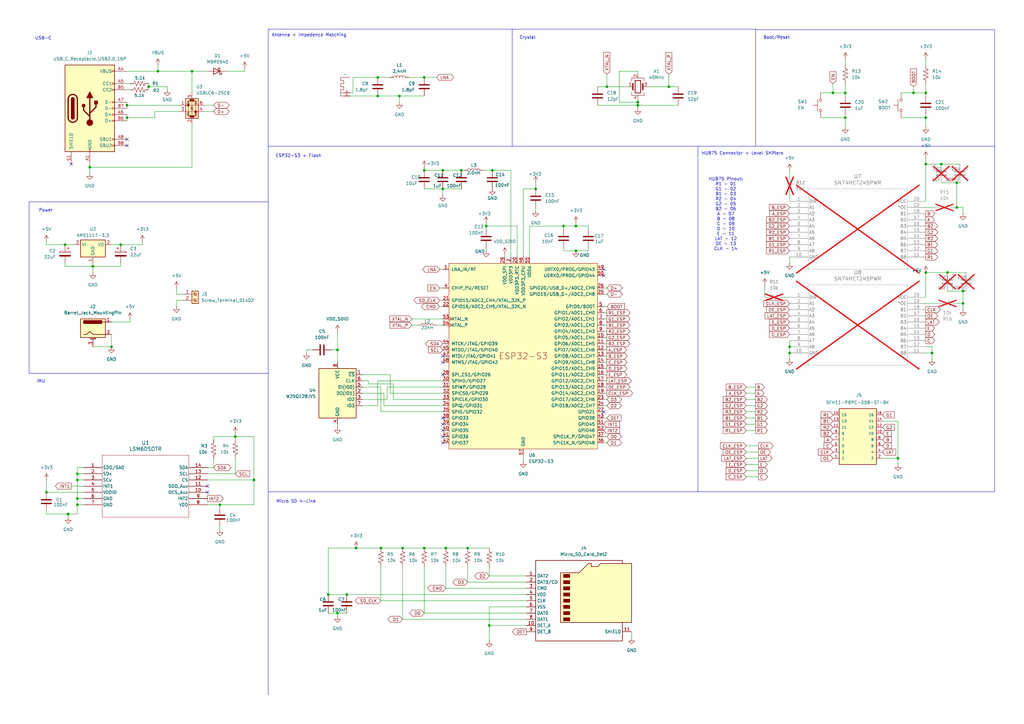
<source format=kicad_sch>
(kicad_sch (version 20250114) (generator "eeschema") (generator_version "9.0")
  (paper "A3")
  (title_block (title "ESP32-S3 HUB75 Matrix Controller") (rev "1") (company "Penn State Harrisburg"))
  (text "HUB75 Connector + Level Shifters\n" (at 304.546 62.992 0) (effects (font (size 1.27 1.27))))
  (text "IMU" (at 16.764 156.464 0) (effects (font (size 1.27 1.27))))
  (text "ESP32-S3 + Flash" (at 122.428 64.008 0) (effects (font (size 1.27 1.27))))
  (text "Crystal\n" (at 216.408 15.494 0) (effects (font (size 1.27 1.27))))
  (text "HUB75 Pinout:\nR1 - 01\nG1 - 02\nB1 - 03\nR2 - 04\nG2 - 05\nB2 - 06\nA - 07\nB - 08\nC - 09\nD - 10\nE - 11\nLAT - 12\nOE - 13\nCLK - 14\n" (at 297.688 87.884 0) (effects (font (size 1.27 1.27))))
  (text "Power" (at 18.796 86.36 0) (effects (font (size 1.27 1.27))))
  (text "Boot/Reset" (at 318.516 15.494 0) (effects (font (size 1.27 1.27))))
  (text "Micro SD 4-Line" (at 121.412 205.74 0) (effects (font (size 1.27 1.27))))
  (text "Antenna + Impedence Matching" (at 126.746 14.478 0) (effects (font (size 1.27 1.27))))
  (text "USB-C" (at 17.78 15.748 0) (effects (font (size 1.27 1.27))))
  (junction (at 154.94 31.75))
  (junction (at 219.71 77.47))
  (junction (at 31.75 204.47))
  (junction (at 231.14 92.71))
  (junction (at 248.92 35.56))
  (junction (at 374.65 38.1))
  (junction (at 138.43 143.51))
  (junction (at 346.71 38.1))
  (junction (at 173.99 69.85))
  (junction (at 163.83 39.37))
  (junction (at 36.83 68.58))
  (junction (at 31.75 207.01))
  (junction (at 379.73 48.26))
  (junction (at 27.94 210.82))
  (junction (at 200.66 256.54))
  (junction (at 45.72 142.24))
  (junction (at 138.43 251.46))
  (junction (at 323.85 144.78))
  (junction (at 392.43 74.93))
  (junction (at 104.14 196.85))
  (junction (at 379.73 67.31))
  (junction (at 201.93 69.85))
  (junction (at 394.97 119.38))
  (junction (at 388.62 111.76))
  (junction (at 261.62 43.18))
  (junction (at 379.73 38.1))
  (junction (at 274.32 35.56))
  (junction (at 26.67 100.33))
  (junction (at 156.21 224.79))
  (junction (at 31.75 194.31))
  (junction (at 173.99 31.75))
  (junction (at 19.05 201.93))
  (junction (at 96.52 179.07))
  (junction (at 191.77 224.79))
  (junction (at 181.61 69.85))
  (junction (at 182.88 224.79))
  (junction (at 90.17 207.01))
  (junction (at 64.77 29.21))
  (junction (at 142.24 243.84))
  (junction (at 341.63 38.1))
  (junction (at 379.73 111.76))
  (junction (at 199.39 92.71))
  (junction (at 165.1 224.79))
  (junction (at 78.74 29.21))
  (junction (at 368.3 187.96))
  (junction (at 346.71 48.26))
  (junction (at 236.22 102.87))
  (junction (at 52.07 48.26))
  (junction (at 60.96 35.56))
  (junction (at 146.05 224.79))
  (junction (at 323.85 142.24))
  (junction (at 134.62 243.84))
  (junction (at 31.75 196.85))
  (junction (at 154.94 39.37))
  (junction (at 189.23 69.85))
  (junction (at 392.43 85.09))
  (junction (at 382.27 144.78))
  (junction (at 181.61 77.47))
  (junction (at 173.99 224.79))
  (junction (at 49.53 100.33))
  (junction (at 261.62 41.91))
  (junction (at 236.22 92.71))
  (junction (at 386.08 67.31))
  (junction (at 38.1 109.22))
  (junction (at 52.07 43.18))
  (junction (at 394.97 124.46))
  (no_connect (at 29.21 67.31))
  (no_connect (at 181.61 148.59))
  (no_connect (at 85.09 199.39))
  (no_connect (at 181.61 171.45))
  (no_connect (at 181.61 181.61))
  (no_connect (at 85.09 201.93))
  (no_connect (at 247.65 110.49))
  (no_connect (at 52.07 59.69))
  (no_connect (at 181.61 176.53))
  (no_connect (at 247.65 168.91))
  (no_connect (at 181.61 179.07))
  (no_connect (at 247.65 113.03))
  (no_connect (at 181.61 146.05))
  (no_connect (at 181.61 173.99))
  (no_connect (at 52.07 57.15))
  (no_connect (at 181.61 153.67))
  (wire (pts (xy 78.74 50.8) (xy 78.74 68.58)))
  (wire (pts (xy 63.5 45.72) (xy 73.66 45.72)))
  (wire (pts (xy 182.88 241.3) (xy 215.9 241.3)))
  (wire (pts (xy 346.71 34.29) (xy 346.71 38.1)))
  (wire (pts (xy 63.5 48.26) (xy 63.5 45.72)))
  (wire (pts (xy 201.93 69.85) (xy 209.55 69.85)))
  (wire (pts (xy 391.16 85.09) (xy 392.43 85.09)))
  (wire (pts (xy 154.94 39.37) (xy 143.51 39.37)))
  (wire (pts (xy 231.14 102.87) (xy 231.14 101.6)))
  (wire (pts (xy 78.74 68.58) (xy 36.83 68.58)))
  (wire (pts (xy 148.59 161.29) (xy 157.48 161.29)))
  (wire (pts (xy 125.73 143.51) (xy 125.73 144.78)))
  (wire (pts (xy 168.91 130.81) (xy 181.61 130.81)))
  (wire (pts (xy 394.97 119.38) (xy 394.97 124.46)))
  (wire (pts (xy 248.92 148.59) (xy 247.65 148.59)))
  (wire (pts (xy 158.75 158.75) (xy 158.75 163.83)))
  (wire (pts (xy 236.22 92.71) (xy 241.3 92.71)))
  (wire (pts (xy 248.92 35.56) (xy 257.81 35.56)))
  (wire (pts (xy 96.52 177.8) (xy 96.52 179.07)))
  (wire (pts (xy 181.61 168.91) (xy 156.21 168.91)))
  (wire (pts (xy 248.92 118.11) (xy 247.65 118.11)))
  (wire (pts (xy 259.08 259.08) (xy 259.08 261.62)))
  (wire (pts (xy 52.07 36.83) (xy 53.34 36.83)))
  (wire (pts (xy 96.52 179.07) (xy 87.63 179.07)))
  (wire (pts (xy 72.39 125.73) (xy 72.39 123.19)))
  (wire (pts (xy 209.55 69.85) (xy 209.55 105.41)))
  (wire (pts (xy 165.1 232.41) (xy 165.1 254)))
  (wire (pts (xy 379.73 38.1) (xy 379.73 39.37)))
  (wire (pts (xy 248.92 133.35) (xy 247.65 133.35)))
  (wire (pts (xy 163.83 39.37) (xy 154.94 39.37)))
  (wire (pts (xy 96.52 194.31) (xy 96.52 187.96)))
  (wire (pts (xy 236.22 92.71) (xy 231.14 92.71)))
  (wire (pts (xy 181.61 77.47) (xy 189.23 77.47)))
  (wire (pts (xy 104.14 179.07) (xy 104.14 196.85)))
  (wire (pts (xy 104.14 196.85) (xy 104.14 207.01)))
  (wire (pts (xy 306.07 182.88) (xy 311.15 182.88)))
  (wire (pts (xy 369.57 38.1) (xy 374.65 38.1)))
  (wire (pts (xy 144.78 31.75) (xy 154.94 31.75)))
  (wire (pts (xy 254 41.91) (xy 261.62 41.91)))
  (wire (pts (xy 254 29.21) (xy 254 41.91)))
  (wire (pts (xy 151.13 157.48) (xy 151.13 156.21)))
  (wire (pts (xy 26.67 109.22) (xy 38.1 109.22)))
  (polyline (pts (xy 109.982 82.804) (xy 109.982 153.162)))
  (wire (pts (xy 52.07 34.29) (xy 53.34 34.29)))
  (wire (pts (xy 245.11 43.18) (xy 261.62 43.18)))
  (wire (pts (xy 214.63 186.69) (xy 214.63 189.23)))
  (wire (pts (xy 199.39 92.71) (xy 199.39 93.98)))
  (wire (pts (xy 156.21 232.41) (xy 156.21 246.38)))
  (wire (pts (xy 151.13 157.48) (xy 161.29 157.48)))
  (wire (pts (xy 384.81 124.46) (xy 379.73 124.46)))
  (wire (pts (xy 173.99 251.46) (xy 215.9 251.46)))
  (wire (pts (xy 173.99 69.85) (xy 181.61 69.85)))
  (wire (pts (xy 386.08 67.31) (xy 393.7 67.31)))
  (wire (pts (xy 104.14 207.01) (xy 90.17 207.01)))
  (wire (pts (xy 379.73 111.76) (xy 388.62 111.76)))
  (wire (pts (xy 248.92 30.48) (xy 248.92 35.56)))
  (polyline (pts (xy 286.258 201.676) (xy 407.924 201.676)))
  (wire (pts (xy 160.02 153.67) (xy 160.02 161.29)))
  (wire (pts (xy 19.05 210.82) (xy 19.05 209.55)))
  (wire (pts (xy 161.29 157.48) (xy 161.29 163.83)))
  (wire (pts (xy 160.02 161.29) (xy 181.61 161.29)))
  (wire (pts (xy 31.75 191.77) (xy 31.75 194.31)))
  (wire (pts (xy 309.88 176.53) (xy 306.07 176.53)))
  (wire (pts (xy 346.71 48.26) (xy 346.71 52.07)))
  (wire (pts (xy 200.66 256.54) (xy 200.66 248.92)))
  (wire (pts (xy 85.09 194.31) (xy 96.52 194.31)))
  (wire (pts (xy 19.05 196.85) (xy 19.05 201.93)))
  (wire (pts (xy 392.43 74.93) (xy 393.7 74.93)))
  (wire (pts (xy 200.66 232.41) (xy 200.66 236.22)))
  (wire (pts (xy 191.77 238.76) (xy 191.77 232.41)))
  (polyline (pts (xy 309.88 12.192) (xy 407.924 12.192)))
  (wire (pts (xy 138.43 251.46) (xy 142.24 251.46)))
  (wire (pts (xy 64.77 29.21) (xy 78.74 29.21)))
  (wire (pts (xy 248.92 179.07) (xy 247.65 179.07)))
  (wire (pts (xy 379.73 111.76) (xy 379.73 121.92)))
  (wire (pts (xy 261.62 29.21) (xy 261.62 30.48)))
  (polyline (pts (xy 407.924 12.192) (xy 407.924 59.944)))
  (wire (pts (xy 346.71 24.13) (xy 346.71 26.67)))
  (wire (pts (xy 200.66 236.22) (xy 215.9 236.22)))
  (wire (pts (xy 306.07 185.42) (xy 311.15 185.42)))
  (wire (pts (xy 90.17 207.01) (xy 85.09 207.01)))
  (wire (pts (xy 34.29 194.31) (xy 31.75 194.31)))
  (wire (pts (xy 200.66 248.92) (xy 215.9 248.92)))
  (wire (pts (xy 34.29 191.77) (xy 31.75 191.77)))
  (wire (pts (xy 83.82 43.18) (xy 87.63 43.18)))
  (wire (pts (xy 241.3 92.71) (xy 241.3 93.98)))
  (wire (pts (xy 248.92 120.65) (xy 247.65 120.65)))
  (wire (pts (xy 248.92 158.75) (xy 247.65 158.75)))
  (wire (pts (xy 306.07 195.58) (xy 311.15 195.58)))
  (wire (pts (xy 49.53 109.22) (xy 38.1 109.22)))
  (wire (pts (xy 346.71 38.1) (xy 346.71 39.37)))
  (wire (pts (xy 34.29 196.85) (xy 31.75 196.85)))
  (wire (pts (xy 248.92 140.97) (xy 247.65 140.97)))
  (wire (pts (xy 161.29 163.83) (xy 181.61 163.83)))
  (wire (pts (xy 261.62 29.21) (xy 254 29.21)))
  (wire (pts (xy 309.88 166.37) (xy 306.07 166.37)))
  (wire (pts (xy 31.75 204.47) (xy 31.75 207.01)))
  (wire (pts (xy 128.27 143.51) (xy 125.73 143.51)))
  (wire (pts (xy 323.85 139.7) (xy 323.85 142.24)))
  (wire (pts (xy 19.05 210.82) (xy 27.94 210.82)))
  (wire (pts (xy 138.43 252.73) (xy 138.43 251.46)))
  (polyline (pts (xy 210.058 11.938) (xy 210.058 59.944)))
  (wire (pts (xy 27.94 210.82) (xy 31.75 210.82)))
  (wire (pts (xy 261.62 40.64) (xy 261.62 41.91)))
  (wire (pts (xy 379.73 67.31) (xy 386.08 67.31)))
  (polyline (pts (xy 210.058 11.938) (xy 309.88 11.938)))
  (wire (pts (xy 60.96 35.56) (xy 60.96 36.83)))
  (polyline (pts (xy 109.982 59.944) (xy 407.924 59.944)))
  (wire (pts (xy 309.88 173.99) (xy 306.07 173.99)))
  (wire (pts (xy 182.88 232.41) (xy 182.88 241.3)))
  (wire (pts (xy 265.43 35.56) (xy 274.32 35.56)))
  (wire (pts (xy 157.48 166.37) (xy 181.61 166.37)))
  (wire (pts (xy 160.02 31.75) (xy 154.94 31.75)))
  (wire (pts (xy 138.43 143.51) (xy 138.43 148.59)))
  (wire (pts (xy 29.21 199.39) (xy 34.29 199.39)))
  (wire (pts (xy 306.07 193.04) (xy 311.15 193.04)))
  (wire (pts (xy 138.43 143.51) (xy 135.89 143.51)))
  (wire (pts (xy 138.43 135.89) (xy 138.43 143.51)))
  (wire (pts (xy 200.66 262.89) (xy 200.66 256.54)))
  (wire (pts (xy 90.17 208.28) (xy 90.17 207.01)))
  (wire (pts (xy 181.61 158.75) (xy 158.75 158.75)))
  (wire (pts (xy 151.13 156.21) (xy 148.59 156.21)))
  (wire (pts (xy 219.71 74.93) (xy 219.71 77.47)))
  (wire (pts (xy 248.92 130.81) (xy 247.65 130.81)))
  (wire (pts (xy 248.92 156.21) (xy 247.65 156.21)))
  (wire (pts (xy 309.88 171.45) (xy 306.07 171.45)))
  (wire (pts (xy 261.62 41.91) (xy 261.62 43.18)))
  (wire (pts (xy 248.92 128.27) (xy 247.65 128.27)))
  (wire (pts (xy 179.07 133.35) (xy 181.61 133.35)))
  (wire (pts (xy 383.54 85.09) (xy 379.73 85.09)))
  (polyline (pts (xy 309.88 11.938) (xy 309.88 59.944)))
  (wire (pts (xy 231.14 92.71) (xy 217.17 92.71)))
  (wire (pts (xy 173.99 232.41) (xy 173.99 251.46)))
  (wire (pts (xy 379.73 48.26) (xy 379.73 52.07)))
  (wire (pts (xy 199.39 92.71) (xy 212.09 92.71)))
  (wire (pts (xy 261.62 43.18) (xy 261.62 44.45)))
  (polyline (pts (xy 109.982 153.162) (xy 11.938 153.162)))
  (wire (pts (xy 53.34 132.08) (xy 53.34 130.81)))
  (wire (pts (xy 38.1 109.22) (xy 38.1 107.95)))
  (wire (pts (xy 148.59 163.83) (xy 158.75 163.83)))
  (wire (pts (xy 26.67 107.95) (xy 26.67 109.22)))
  (wire (pts (xy 214.63 77.47) (xy 214.63 105.41)))
  (wire (pts (xy 207.01 104.14) (xy 207.01 105.41)))
  (wire (pts (xy 248.92 135.89) (xy 247.65 135.89)))
  (wire (pts (xy 96.52 180.34) (xy 96.52 179.07)))
  (wire (pts (xy 96.52 179.07) (xy 104.14 179.07)))
  (wire (pts (xy 45.72 132.08) (xy 53.34 132.08)))
  (wire (pts (xy 394.97 124.46) (xy 394.97 127)))
  (wire (pts (xy 36.83 68.58) (xy 36.83 71.12)))
  (polyline (pts (xy 109.982 201.676) (xy 286.258 201.676)))
  (polyline (pts (xy 109.982 11.938) (xy 109.982 82.804)))
  (wire (pts (xy 379.73 24.13) (xy 379.73 26.67)))
  (wire (pts (xy 142.24 243.84) (xy 215.9 243.84)))
  (wire (pts (xy 156.21 224.79) (xy 165.1 224.79)))
  (wire (pts (xy 49.53 109.22) (xy 49.53 107.95)))
  (wire (pts (xy 374.65 35.56) (xy 374.65 38.1)))
  (wire (pts (xy 52.07 46.99) (xy 52.07 48.26)))
  (wire (pts (xy 72.39 123.19) (xy 74.93 123.19)))
  (wire (pts (xy 336.55 38.1) (xy 341.63 38.1)))
  (wire (pts (xy 368.3 187.96) (xy 368.3 190.5)))
  (wire (pts (xy 248.92 166.37) (xy 247.65 166.37)))
  (wire (pts (xy 191.77 238.76) (xy 215.9 238.76)))
  (wire (pts (xy 323.85 107.95) (xy 323.85 105.41)))
  (wire (pts (xy 231.14 102.87) (xy 236.22 102.87)))
  (wire (pts (xy 52.07 48.26) (xy 52.07 49.53)))
  (wire (pts (xy 58.42 99.06) (xy 58.42 100.33)))
  (wire (pts (xy 392.43 74.93) (xy 392.43 85.09)))
  (wire (pts (xy 368.3 187.96) (xy 368.3 172.72)))
  (wire (pts (xy 49.53 100.33) (xy 58.42 100.33)))
  (wire (pts (xy 346.71 48.26) (xy 346.71 46.99)))
  (wire (pts (xy 38.1 142.24) (xy 45.72 142.24)))
  (wire (pts (xy 321.31 121.92) (xy 323.85 121.92)))
  (wire (pts (xy 179.07 31.75) (xy 173.99 31.75)))
  (wire (pts (xy 261.62 43.18) (xy 278.13 43.18)))
  (wire (pts (xy 374.65 38.1) (xy 379.73 38.1)))
  (wire (pts (xy 191.77 224.79) (xy 200.66 224.79)))
  (wire (pts (xy 83.82 45.72) (xy 87.63 45.72)))
  (wire (pts (xy 52.07 48.26) (xy 63.5 48.26)))
  (wire (pts (xy 163.83 41.91) (xy 163.83 39.37)))
  (wire (pts (xy 26.67 100.33) (xy 30.48 100.33)))
  (wire (pts (xy 134.62 243.84) (xy 142.24 243.84)))
  (wire (pts (xy 19.05 99.06) (xy 19.05 100.33)))
  (wire (pts (xy 181.61 69.85) (xy 189.23 69.85)))
  (wire (pts (xy 382.27 142.24) (xy 382.27 144.78)))
  (wire (pts (xy 156.21 246.38) (xy 215.9 246.38)))
  (wire (pts (xy 45.72 100.33) (xy 49.53 100.33)))
  (wire (pts (xy 31.75 210.82) (xy 31.75 207.01)))
  (wire (pts (xy 52.07 43.18) (xy 73.66 43.18)))
  (wire (pts (xy 31.75 196.85) (xy 31.75 204.47)))
  (wire (pts (xy 388.62 111.76) (xy 396.24 111.76)))
  (polyline (pts (xy 109.982 11.938) (xy 210.058 11.938)))
  (wire (pts (xy 154.94 156.21) (xy 181.61 156.21)))
  (wire (pts (xy 248.92 151.13) (xy 247.65 151.13)))
  (wire (pts (xy 38.1 109.22) (xy 38.1 111.76)))
  (wire (pts (xy 180.34 125.73) (xy 181.61 125.73)))
  (polyline (pts (xy 407.924 59.944) (xy 407.67 59.944)))
  (wire (pts (xy 379.73 144.78) (xy 382.27 144.78)))
  (wire (pts (xy 134.62 224.79) (xy 134.62 243.84)))
  (wire (pts (xy 306.07 190.5) (xy 311.15 190.5)))
  (wire (pts (xy 72.39 118.11) (xy 72.39 120.65)))
  (wire (pts (xy 72.39 120.65) (xy 74.93 120.65)))
  (wire (pts (xy 341.63 34.29) (xy 341.63 38.1)))
  (wire (pts (xy 309.88 158.75) (xy 306.07 158.75)))
  (wire (pts (xy 52.07 29.21) (xy 64.77 29.21)))
  (wire (pts (xy 392.43 85.09) (xy 394.97 85.09)))
  (wire (pts (xy 19.05 100.33) (xy 26.67 100.33)))
  (wire (pts (xy 199.39 102.87) (xy 199.39 101.6)))
  (wire (pts (xy 45.72 137.16) (xy 45.72 142.24)))
  (wire (pts (xy 394.97 85.09) (xy 394.97 87.63)))
  (wire (pts (xy 248.92 125.73) (xy 247.65 125.73)))
  (wire (pts (xy 189.23 69.85) (xy 190.5 69.85)))
  (wire (pts (xy 85.09 191.77) (xy 87.63 191.77)))
  (wire (pts (xy 180.34 118.11) (xy 181.61 118.11)))
  (wire (pts (xy 148.59 153.67) (xy 160.02 153.67)))
  (wire (pts (xy 87.63 179.07) (xy 87.63 180.34)))
  (wire (pts (xy 85.09 29.21) (xy 78.74 29.21)))
  (wire (pts (xy 236.22 102.87) (xy 241.3 102.87)))
  (wire (pts (xy 180.34 123.19) (xy 181.61 123.19)))
  (wire (pts (xy 181.61 77.47) (xy 173.99 77.47)))
  (wire (pts (xy 313.69 116.84) (xy 313.69 121.92)))
  (wire (pts (xy 248.92 138.43) (xy 247.65 138.43)))
  (wire (pts (xy 306.07 187.96) (xy 311.15 187.96)))
  (wire (pts (xy 248.92 153.67) (xy 247.65 153.67)))
  (wire (pts (xy 156.21 158.75) (xy 148.59 158.75)))
  (wire (pts (xy 148.59 166.37) (xy 154.94 166.37)))
  (wire (pts (xy 173.99 31.75) (xy 167.64 31.75)))
  (wire (pts (xy 173.99 69.85) (xy 173.99 68.58)))
  (wire (pts (xy 52.07 43.18) (xy 52.07 44.45)))
  (wire (pts (xy 36.83 68.58) (xy 36.83 67.31)))
  (wire (pts (xy 31.75 207.01) (xy 34.29 207.01)))
  (wire (pts (xy 248.92 181.61) (xy 247.65 181.61)))
  (wire (pts (xy 219.71 85.09) (xy 219.71 86.36)))
  (wire (pts (xy 336.55 48.26) (xy 346.71 48.26)))
  (wire (pts (xy 382.27 142.24) (xy 379.73 142.24)))
  (wire (pts (xy 379.73 67.31) (xy 379.73 82.55)))
  (wire (pts (xy 31.75 204.47) (xy 34.29 204.47)))
  (wire (pts (xy 248.92 143.51) (xy 247.65 143.51)))
  (wire (pts (xy 379.73 64.77) (xy 379.73 67.31)))
  (wire (pts (xy 143.51 38.1) (xy 144.78 38.1)))
  (wire (pts (xy 323.85 80.01) (xy 323.85 82.55)))
  (wire (pts (xy 323.85 69.85) (xy 323.85 72.39)))
  (wire (pts (xy 200.66 256.54) (xy 215.9 256.54)))
  (wire (pts (xy 60.96 34.29) (xy 60.96 35.56)))
  (wire (pts (xy 309.88 168.91) (xy 306.07 168.91)))
  (wire (pts (xy 309.88 161.29) (xy 306.07 161.29)))
  (wire (pts (xy 27.94 212.09) (xy 27.94 210.82)))
  (wire (pts (xy 231.14 92.71) (xy 231.14 93.98)))
  (wire (pts (xy 368.3 172.72) (xy 361.95 172.72)))
  (wire (pts (xy 248.92 163.83) (xy 247.65 163.83)))
  (wire (pts (xy 138.43 251.46) (xy 134.62 251.46)))
  (wire (pts (xy 19.05 201.93) (xy 34.29 201.93)))
  (wire (pts (xy 394.97 119.38) (xy 396.24 119.38)))
  (wire (pts (xy 68.58 36.83) (xy 68.58 35.56)))
  (wire (pts (xy 90.17 217.17) (xy 90.17 215.9)))
  (wire (pts (xy 64.77 26.67) (xy 64.77 29.21)))
  (wire (pts (xy 198.12 69.85) (xy 201.93 69.85)))
  (wire (pts (xy 180.34 110.49) (xy 181.61 110.49)))
  (wire (pts (xy 168.91 133.35) (xy 171.45 133.35)))
  (wire (pts (xy 173.99 224.79) (xy 182.88 224.79)))
  (wire (pts (xy 323.85 147.32) (xy 323.85 144.78)))
  (wire (pts (xy 100.33 29.21) (xy 100.33 27.94)))
  (wire (pts (xy 165.1 254) (xy 215.9 254)))
  (wire (pts (xy 217.17 92.71) (xy 217.17 105.41)))
  (wire (pts (xy 379.73 34.29) (xy 379.73 38.1)))
  (wire (pts (xy 309.88 163.83) (xy 306.07 163.83)))
  (wire (pts (xy 212.09 92.71) (xy 212.09 105.41)))
  (wire (pts (xy 241.3 102.87) (xy 241.3 101.6)))
  (wire (pts (xy 369.57 48.26) (xy 379.73 48.26)))
  (wire (pts (xy 388.62 119.38) (xy 394.97 119.38)))
  (polyline (pts (xy 286.258 201.676) (xy 286.258 59.944)))
  (wire (pts (xy 248.92 146.05) (xy 247.65 146.05)))
  (wire (pts (xy 144.78 38.1) (xy 144.78 31.75)))
  (wire (pts (xy 386.08 74.93) (xy 392.43 74.93)))
  (wire (pts (xy 134.62 224.79) (xy 146.05 224.79)))
  (wire (pts (xy 31.75 194.31) (xy 31.75 196.85)))
  (wire (pts (xy 157.48 161.29) (xy 157.48 166.37)))
  (wire (pts (xy 146.05 224.79) (xy 156.21 224.79)))
  (polyline (pts (xy 109.982 153.162) (xy 109.982 201.676)))
  (wire (pts (xy 199.39 91.44) (xy 199.39 92.71)))
  (wire (pts (xy 138.43 173.99) (xy 138.43 175.26)))
  (wire (pts (xy 85.09 196.85) (xy 104.14 196.85)))
  (wire (pts (xy 382.27 144.78) (xy 382.27 147.32)))
  (wire (pts (xy 323.85 142.24) (xy 323.85 144.78)))
  (polyline (pts (xy 109.982 201.676) (xy 109.982 284.988)))
  (wire (pts (xy 78.74 29.21) (xy 78.74 38.1)))
  (wire (pts (xy 92.71 29.21) (xy 100.33 29.21)))
  (wire (pts (xy 156.21 168.91) (xy 156.21 158.75)))
  (wire (pts (xy 278.13 35.56) (xy 274.32 35.56)))
  (polyline (pts (xy 11.938 82.804) (xy 109.982 82.804)))
  (wire (pts (xy 154.94 166.37) (xy 154.94 156.21)))
  (wire (pts (xy 236.22 91.44) (xy 236.22 92.71)))
  (wire (pts (xy 163.83 39.37) (xy 173.99 39.37)))
  (polyline (pts (xy 11.938 153.162) (xy 11.938 82.804)))
  (wire (pts (xy 361.95 187.96) (xy 368.3 187.96)))
  (wire (pts (xy 181.61 77.47) (xy 181.61 80.01)))
  (wire (pts (xy 182.88 224.79) (xy 191.77 224.79)))
  (wire (pts (xy 379.73 48.26) (xy 379.73 46.99)))
  (wire (pts (xy 165.1 224.79) (xy 173.99 224.79)))
  (wire (pts (xy 52.07 41.91) (xy 52.07 43.18)))
  (polyline (pts (xy 407.924 59.944) (xy 407.924 201.676)))
  (wire (pts (xy 341.63 38.1) (xy 346.71 38.1)))
  (wire (pts (xy 248.92 171.45) (xy 247.65 171.45)))
  (wire (pts (xy 274.32 30.48) (xy 274.32 35.56)))
  (wire (pts (xy 245.11 35.56) (xy 248.92 35.56)))
  (wire (pts (xy 68.58 35.56) (xy 60.96 35.56)))
  (wire (pts (xy 392.43 124.46) (xy 394.97 124.46)))
  (wire (pts (xy 214.63 77.47) (xy 219.71 77.47)))
  (wire (pts (xy 248.92 161.29) (xy 247.65 161.29)))
  (wire (pts (xy 87.63 191.77) (xy 87.63 187.96)))
  (global_label "INT2" (shape input) (at 247.65 176.53 0) (property "Intersheetrefs" "${INTERSHEET_REFS}" (effects (hide yes))))
  (global_label "B1_ESP" (shape input) (at 323.85 97.79 180) (property "Intersheetrefs" "${INTERSHEET_REFS}" (effects (hide yes))))
  (global_label "XTAL_N" (shape input) (at 248.92 30.48 90) (property "Intersheetrefs" "${INTERSHEET_REFS}" (effects (hide yes))))
  (global_label "D+" (shape bidirectional) (at 87.63 45.72 0) (property "Intersheetrefs" "${INTERSHEET_REFS}" (effects (hide yes))))
  (global_label "SDA" (shape bidirectional) (at 87.63 191.77 0) (property "Intersheetrefs" "${INTERSHEET_REFS}" (effects (hide yes))))
  (global_label "R2_ESP" (shape output) (at 248.92 135.89 0) (property "Intersheetrefs" "${INTERSHEET_REFS}" (effects (hide yes))))
  (global_label "LNA" (shape bidirectional) (at 180.34 110.49 180) (property "Intersheetrefs" "${INTERSHEET_REFS}" (effects (hide yes))))
  (global_label "G2" (shape output) (at 379.73 95.25 0) (property "Intersheetrefs" "${INTERSHEET_REFS}" (effects (hide yes))))
  (global_label "A" (shape output) (at 309.88 161.29 0) (property "Intersheetrefs" "${INTERSHEET_REFS}" (effects (hide yes))))
  (global_label "D3" (shape bidirectional) (at 248.92 163.83 0) (property "Intersheetrefs" "${INTERSHEET_REFS}" (effects (hide yes))))
  (global_label "LAT_ESP" (shape input) (at 306.07 187.96 180) (property "Intersheetrefs" "${INTERSHEET_REFS}" (effects (hide yes))))
  (global_label "OE_ESP" (shape output) (at 248.92 158.75 0) (property "Intersheetrefs" "${INTERSHEET_REFS}" (effects (hide yes))))
  (global_label "DET" (shape input) (at 248.92 171.45 0) (property "Intersheetrefs" "${INTERSHEET_REFS}" (effects (hide yes))))
  (global_label "E" (shape output) (at 379.73 134.62 0) (property "Intersheetrefs" "${INTERSHEET_REFS}" (effects (hide yes))))
  (global_label "DET" (shape output) (at 215.9 259.08 180) (property "Intersheetrefs" "${INTERSHEET_REFS}" (effects (hide yes))))
  (global_label "EN" (shape input) (at 341.63 34.29 90) (property "Intersheetrefs" "${INTERSHEET_REFS}" (effects (hide yes))))
  (global_label "D0" (shape bidirectional) (at 173.99 251.46 180) (property "Intersheetrefs" "${INTERSHEET_REFS}" (effects (hide yes))))
  (global_label "CLK_ESP" (shape output) (at 248.92 161.29 0) (property "Intersheetrefs" "${INTERSHEET_REFS}" (effects (hide yes))))
  (global_label "CMD" (shape bidirectional) (at 182.88 241.3 180) (property "Intersheetrefs" "${INTERSHEET_REFS}" (effects (hide yes))))
  (global_label "XTAL_N" (shape input) (at 168.91 130.81 180) (property "Intersheetrefs" "${INTERSHEET_REFS}" (effects (hide yes))))
  (global_label "SCL" (shape input) (at 181.61 143.51 180) (property "Intersheetrefs" "${INTERSHEET_REFS}" (effects (hide yes))))
  (global_label "B_ESP" (shape input) (at 323.85 85.09 180) (property "Intersheetrefs" "${INTERSHEET_REFS}" (effects (hide yes))))
  (global_label "CLK_ESP" (shape input) (at 306.07 182.88 180) (property "Intersheetrefs" "${INTERSHEET_REFS}" (effects (hide yes))))
  (global_label "CLK" (shape input) (at 341.63 185.42 180) (property "Intersheetrefs" "${INTERSHEET_REFS}" (effects (hide yes))))
  (global_label "LAT_ESP" (shape output) (at 248.92 156.21 0) (property "Intersheetrefs" "${INTERSHEET_REFS}" (effects (hide yes))))
  (global_label "B2_ESP" (shape input) (at 306.07 163.83 180) (property "Intersheetrefs" "${INTERSHEET_REFS}" (effects (hide yes))))
  (global_label "D_ESP" (shape input) (at 306.07 193.04 180) (property "Intersheetrefs" "${INTERSHEET_REFS}" (effects (hide yes))))
  (global_label "LNA" (shape bidirectional) (at 179.07 31.75 0) (property "Intersheetrefs" "${INTERSHEET_REFS}" (effects (hide yes))))
  (global_label "C_ESP" (shape output) (at 248.92 148.59 0) (property "Intersheetrefs" "${INTERSHEET_REFS}" (effects (hide yes))))
  (global_label "D0" (shape bidirectional) (at 248.92 179.07 0) (property "Intersheetrefs" "${INTERSHEET_REFS}" (effects (hide yes))))
  (global_label "G1_ESP" (shape output) (at 248.92 130.81 0) (property "Intersheetrefs" "${INTERSHEET_REFS}" (effects (hide yes))))
  (global_label "C" (shape output) (at 311.15 195.58 0) (property "Intersheetrefs" "${INTERSHEET_REFS}" (effects (hide yes))))
  (global_label "B1" (shape input) (at 341.63 172.72 180) (property "Intersheetrefs" "${INTERSHEET_REFS}" (effects (hide yes))))
  (global_label "B" (shape input) (at 361.95 180.34 0) (property "Intersheetrefs" "${INTERSHEET_REFS}" (effects (hide yes))))
  (global_label "R2" (shape output) (at 309.88 168.91 0) (property "Intersheetrefs" "${INTERSHEET_REFS}" (effects (hide yes))))
  (global_label "D1" (shape bidirectional) (at 165.1 254 180) (property "Intersheetrefs" "${INTERSHEET_REFS}" (effects (hide yes))))
  (global_label "EN" (shape input) (at 180.34 118.11 180) (property "Intersheetrefs" "${INTERSHEET_REFS}" (effects (hide yes))))
  (global_label "B" (shape output) (at 379.73 87.63 0) (property "Intersheetrefs" "${INTERSHEET_REFS}" (effects (hide yes))))
  (global_label "OE_ESP" (shape input) (at 306.07 185.42 180) (property "Intersheetrefs" "${INTERSHEET_REFS}" (effects (hide yes))))
  (global_label "C_ESP" (shape input) (at 306.07 195.58 180) (property "Intersheetrefs" "${INTERSHEET_REFS}" (effects (hide yes))))
  (global_label "G1_ESP" (shape input) (at 306.07 173.99 180) (property "Intersheetrefs" "${INTERSHEET_REFS}" (effects (hide yes))))
  (global_label "B2" (shape output) (at 309.88 163.83 0) (property "Intersheetrefs" "${INTERSHEET_REFS}" (effects (hide yes))))
  (global_label "A_ESP" (shape input) (at 306.07 161.29 180) (property "Intersheetrefs" "${INTERSHEET_REFS}" (effects (hide yes))))
  (global_label "D_ESP" (shape output) (at 248.92 151.13 0) (property "Intersheetrefs" "${INTERSHEET_REFS}" (effects (hide yes))))
  (global_label "R2" (shape input) (at 341.63 175.26 180) (property "Intersheetrefs" "${INTERSHEET_REFS}" (effects (hide yes))))
  (global_label "R1_ESP" (shape input) (at 306.07 176.53 180) (property "Intersheetrefs" "${INTERSHEET_REFS}" (effects (hide yes))))
  (global_label "G1" (shape output) (at 309.88 173.99 0) (property "Intersheetrefs" "${INTERSHEET_REFS}" (effects (hide yes))))
  (global_label "CLK" (shape output) (at 311.15 182.88 0) (property "Intersheetrefs" "${INTERSHEET_REFS}" (effects (hide yes))))
  (global_label "INT2" (shape output) (at 85.09 204.47 0) (property "Intersheetrefs" "${INTERSHEET_REFS}" (effects (hide yes))))
  (global_label "OE" (shape input) (at 341.63 187.96 180) (property "Intersheetrefs" "${INTERSHEET_REFS}" (effects (hide yes))))
  (global_label "D-" (shape bidirectional) (at 248.92 120.65 0) (property "Intersheetrefs" "${INTERSHEET_REFS}" (effects (hide yes))))
  (global_label "G1_ESP" (shape input) (at 323.85 100.33 180) (property "Intersheetrefs" "${INTERSHEET_REFS}" (effects (hide yes))))
  (global_label "LAT" (shape output) (at 311.15 187.96 0) (property "Intersheetrefs" "${INTERSHEET_REFS}" (effects (hide yes))))
  (global_label "OE" (shape output) (at 311.15 185.42 0) (property "Intersheetrefs" "${INTERSHEET_REFS}" (effects (hide yes))))
  (global_label "OE_ESP" (shape input) (at 323.85 127 180) (property "Intersheetrefs" "${INTERSHEET_REFS}" (effects (hide yes))))
  (global_label "D" (shape input) (at 361.95 182.88 0) (property "Intersheetrefs" "${INTERSHEET_REFS}" (effects (hide yes))))
  (global_label "G2" (shape input) (at 361.95 175.26 0) (property "Intersheetrefs" "${INTERSHEET_REFS}" (effects (hide yes))))
  (global_label "B_ESP" (shape input) (at 306.07 158.75 180) (property "Intersheetrefs" "${INTERSHEET_REFS}" (effects (hide yes))))
  (global_label "E_ESP" (shape input) (at 323.85 132.08 180) (property "Intersheetrefs" "${INTERSHEET_REFS}" (effects (hide yes))))
  (global_label "D3" (shape bidirectional) (at 191.77 238.76 180) (property "Intersheetrefs" "${INTERSHEET_REFS}" (effects (hide yes))))
  (global_label "INT1" (shape output) (at 29.21 199.39 180) (property "Intersheetrefs" "${INTERSHEET_REFS}" (effects (hide yes))))
  (global_label "SD_CLK" (shape bidirectional) (at 180.34 123.19 180) (property "Intersheetrefs" "${INTERSHEET_REFS}" (effects (hide yes))))
  (global_label "CLK" (shape output) (at 379.73 127 0) (property "Intersheetrefs" "${INTERSHEET_REFS}" (effects (hide yes))))
  (global_label "CLK_ESP" (shape input) (at 323.85 124.46 180) (property "Intersheetrefs" "${INTERSHEET_REFS}" (effects (hide yes))))
  (global_label "BOOT" (shape input) (at 374.65 35.56 90) (property "Intersheetrefs" "${INTERSHEET_REFS}" (effects (hide yes))))
  (global_label "G2" (shape output) (at 309.88 166.37 0) (property "Intersheetrefs" "${INTERSHEET_REFS}" (effects (hide yes))))
  (global_label "LAT_ESP" (shape input) (at 323.85 129.54 180) (property "Intersheetrefs" "${INTERSHEET_REFS}" (effects (hide yes))))
  (global_label "B1_ESP" (shape input) (at 306.07 171.45 180) (property "Intersheetrefs" "${INTERSHEET_REFS}" (effects (hide yes))))
  (global_label "R1_ESP" (shape output) (at 248.92 128.27 0) (property "Intersheetrefs" "${INTERSHEET_REFS}" (effects (hide yes))))
  (global_label "B2" (shape output) (at 379.73 92.71 0) (property "Intersheetrefs" "${INTERSHEET_REFS}" (effects (hide yes))))
  (global_label "OE" (shape output) (at 379.73 129.54 0) (property "Intersheetrefs" "${INTERSHEET_REFS}" (effects (hide yes))))
  (global_label "R1" (shape output) (at 309.88 176.53 0) (property "Intersheetrefs" "${INTERSHEET_REFS}" (effects (hide yes))))
  (global_label "A" (shape output) (at 379.73 90.17 0) (property "Intersheetrefs" "${INTERSHEET_REFS}" (effects (hide yes))))
  (global_label "B2_ESP" (shape output) (at 248.92 140.97 0) (property "Intersheetrefs" "${INTERSHEET_REFS}" (effects (hide yes))))
  (global_label "B2" (shape input) (at 341.63 177.8 180) (property "Intersheetrefs" "${INTERSHEET_REFS}" (effects (hide yes))))
  (global_label "BOOT" (shape input) (at 248.92 125.73 0) (property "Intersheetrefs" "${INTERSHEET_REFS}" (effects (hide yes))))
  (global_label "E" (shape output) (at 311.15 190.5 0) (property "Intersheetrefs" "${INTERSHEET_REFS}" (effects (hide yes))))
  (global_label "G2_ESP" (shape input) (at 323.85 92.71 180) (property "Intersheetrefs" "${INTERSHEET_REFS}" (effects (hide yes))))
  (global_label "G2_ESP" (shape input) (at 306.07 166.37 180) (property "Intersheetrefs" "${INTERSHEET_REFS}" (effects (hide yes))))
  (global_label "B_ESP" (shape output) (at 248.92 146.05 0) (property "Intersheetrefs" "${INTERSHEET_REFS}" (effects (hide yes))))
  (global_label "D1" (shape bidirectional) (at 248.92 181.61 0) (property "Intersheetrefs" "${INTERSHEET_REFS}" (effects (hide yes))))
  (global_label "E" (shape input) (at 361.95 177.8 0) (property "Intersheetrefs" "${INTERSHEET_REFS}" (effects (hide yes))))
  (global_label "B1" (shape output) (at 309.88 171.45 0) (property "Intersheetrefs" "${INTERSHEET_REFS}" (effects (hide yes))))
  (global_label "G2_ESP" (shape output) (at 248.92 138.43 0) (property "Intersheetrefs" "${INTERSHEET_REFS}" (effects (hide yes))))
  (global_label "G1" (shape output) (at 379.73 102.87 0) (property "Intersheetrefs" "${INTERSHEET_REFS}" (effects (hide yes))))
  (global_label "D2" (shape bidirectional) (at 248.92 166.37 0) (property "Intersheetrefs" "${INTERSHEET_REFS}" (effects (hide yes))))
  (global_label "R1" (shape input) (at 341.63 170.18 180) (property "Intersheetrefs" "${INTERSHEET_REFS}" (effects (hide yes))))
  (global_label "D" (shape output) (at 311.15 193.04 0) (property "Intersheetrefs" "${INTERSHEET_REFS}" (effects (hide yes))))
  (global_label "LAT" (shape output) (at 379.73 132.08 0) (property "Intersheetrefs" "${INTERSHEET_REFS}" (effects (hide yes))))
  (global_label "B1_ESP" (shape output) (at 248.92 133.35 0) (property "Intersheetrefs" "${INTERSHEET_REFS}" (effects (hide yes))))
  (global_label "INT1" (shape input) (at 247.65 173.99 0) (property "Intersheetrefs" "${INTERSHEET_REFS}" (effects (hide yes))))
  (global_label "R1_ESP" (shape input) (at 323.85 102.87 180) (property "Intersheetrefs" "${INTERSHEET_REFS}" (effects (hide yes))))
  (global_label "C" (shape input) (at 341.63 182.88 180) (property "Intersheetrefs" "${INTERSHEET_REFS}" (effects (hide yes))))
  (global_label "B1" (shape output) (at 379.73 100.33 0) (property "Intersheetrefs" "${INTERSHEET_REFS}" (effects (hide yes))))
  (global_label "B" (shape output) (at 309.88 158.75 0) (property "Intersheetrefs" "${INTERSHEET_REFS}" (effects (hide yes))))
  (global_label "G1" (shape input) (at 361.95 170.18 0) (property "Intersheetrefs" "${INTERSHEET_REFS}" (effects (hide yes))))
  (global_label "D" (shape output) (at 379.73 137.16 0) (property "Intersheetrefs" "${INTERSHEET_REFS}" (effects (hide yes))))
  (global_label "D2" (shape bidirectional) (at 200.66 236.22 180) (property "Intersheetrefs" "${INTERSHEET_REFS}" (effects (hide yes))))
  (global_label "R2_ESP" (shape input) (at 306.07 168.91 180) (property "Intersheetrefs" "${INTERSHEET_REFS}" (effects (hide yes))))
  (global_label "R2" (shape output) (at 379.73 97.79 0) (property "Intersheetrefs" "${INTERSHEET_REFS}" (effects (hide yes))))
  (global_label "LAT" (shape input) (at 361.95 185.42 0) (property "Intersheetrefs" "${INTERSHEET_REFS}" (effects (hide yes))))
  (global_label "A" (shape input) (at 341.63 180.34 180) (property "Intersheetrefs" "${INTERSHEET_REFS}" (effects (hide yes))))
  (global_label "D_ESP" (shape input) (at 323.85 134.62 180) (property "Intersheetrefs" "${INTERSHEET_REFS}" (effects (hide yes))))
  (global_label "SDA" (shape bidirectional) (at 181.61 140.97 180) (property "Intersheetrefs" "${INTERSHEET_REFS}" (effects (hide yes))))
  (global_label "XTAL_P" (shape input) (at 168.91 133.35 180) (property "Intersheetrefs" "${INTERSHEET_REFS}" (effects (hide yes))))
  (global_label "CMD" (shape bidirectional) (at 180.34 125.73 180) (property "Intersheetrefs" "${INTERSHEET_REFS}" (effects (hide yes))))
  (global_label "E_ESP" (shape output) (at 248.92 153.67 0) (property "Intersheetrefs" "${INTERSHEET_REFS}" (effects (hide yes))))
  (global_label "SD_CLK" (shape bidirectional) (at 156.21 246.38 180) (property "Intersheetrefs" "${INTERSHEET_REFS}" (effects (hide yes))))
  (global_label "A_ESP" (shape output) (at 248.92 143.51 0) (property "Intersheetrefs" "${INTERSHEET_REFS}" (effects (hide yes))))
  (global_label "B2_ESP" (shape input) (at 323.85 90.17 180) (property "Intersheetrefs" "${INTERSHEET_REFS}" (effects (hide yes))))
  (global_label "D-" (shape bidirectional) (at 87.63 43.18 0) (property "Intersheetrefs" "${INTERSHEET_REFS}" (effects (hide yes))))
  (global_label "XTAL_P" (shape input) (at 274.32 30.48 90) (property "Intersheetrefs" "${INTERSHEET_REFS}" (effects (hide yes))))
  (global_label "SCL" (shape input) (at 96.52 194.31 0) (property "Intersheetrefs" "${INTERSHEET_REFS}" (effects (hide yes))))
  (global_label "R1" (shape output) (at 379.73 105.41 0) (property "Intersheetrefs" "${INTERSHEET_REFS}" (effects (hide yes))))
  (global_label "C_ESP" (shape input) (at 323.85 137.16 180) (property "Intersheetrefs" "${INTERSHEET_REFS}" (effects (hide yes))))
  (global_label "C" (shape output) (at 379.73 139.7 0) (property "Intersheetrefs" "${INTERSHEET_REFS}" (effects (hide yes))))
  (global_label "A_ESP" (shape input) (at 323.85 87.63 180) (property "Intersheetrefs" "${INTERSHEET_REFS}" (effects (hide yes))))
  (global_label "R2_ESP" (shape input) (at 323.85 95.25 180) (property "Intersheetrefs" "${INTERSHEET_REFS}" (effects (hide yes))))
  (global_label "D+" (shape bidirectional) (at 248.92 118.11 0) (property "Intersheetrefs" "${INTERSHEET_REFS}" (effects (hide yes))))
  (global_label "E_ESP" (shape input) (at 306.07 190.5 180) (property "Intersheetrefs" "${INTERSHEET_REFS}" (effects (hide yes))))
  (symbol (lib_id "power:GND") (at 323.85 107.95 0) (unit 1)
    (property "Reference" "#PWR038" (effects (hide yes)))
    (property "Value" "GND" (at 323.85 113.03 0))
    (property "Description" "Power symbol creates a global label with name \"GND\" , ground" (effects (hide yes)))
  )
  (symbol (lib_id "PCB_Antenna:AN043_Inverted_F") (at 142.24 35.56 90) (unit 1)
    (property "Reference" "U5" (effects (hide yes)))
    (property "Value" "~" (at 141.605 30.48 90))
    (property "Footprint" "RF_Antenna:Texas_SWRA117D_2.4GHz_Left" (effects (hide yes)))
  )
  (symbol (lib_id "Device:C") (at 396.24 115.57 0) (unit 1) (in_bom no) (on_board no) (dnp yes)
    (property "Reference" "C25" (at 392.684 113.792 0) (effects (justify left)))
    (property "Value" "100nF" (at 390.144 118.11 0) (effects (justify left)))
    (property "Footprint" "Capacitor_SMD:C_0603_1608Metric" (effects (hide yes)))
    (property "Description" "Unpolarized capacitor" (effects (hide yes)))
  )
  (symbol (lib_id "power:+5V") (at 72.39 118.11 0) (unit 1)
    (property "Reference" "#PWR011" (effects (hide yes)))
    (property "Value" "+5V" (at 72.39 113.03 0))
    (property "Description" "Power symbol creates a global label with name \"+5V\"" (effects (hide yes)))
  )
  (symbol (lib_id "74HCTPWR:SN74HCT245PWR") (at 323.85 121.92 0) (unit 1) (in_bom no) (on_board no) (dnp yes)
    (property "Reference" "U8" (at 351.79 111.76 0) (effects (font (size 1.524 1.524))))
    (property "Value" "SN74HCT245PWR" (at 351.79 114.3 0) (effects (font (size 1.524 1.524))))
    (property "Footprint" "footprints:PW20" (effects (hide yes)))
    (property "Datasheet" "SN74HCT245PWR" (effects (hide yes)))
  )
  (symbol (lib_id "Connector:Screw_Terminal_01x02") (at 80.01 120.65 0) (unit 1)
    (property "Reference" "J3" (at 82.55 120.6499 0) (effects (justify left)))
    (property "Value" "Screw_Terminal_01x02" (at 82.55 123.1899 0) (effects (justify left)))
    (property "Footprint" "TerminalBlock_Phoenix:TerminalBlock_Phoenix_PT-1,5-2-5.0-H_1x02_P5.00mm_Horizontal" (effects (hide yes)))
    (property "Description" "Generic screw terminal, single row, 01x02, script generated (kicad-library-utils/schlib/autogen/connector/)" (effects (hide yes)))
  )
  (symbol (lib_id "power:GND") (at 90.17 217.17 0) (unit 1)
    (property "Reference" "#PWR013" (effects (hide yes)))
    (property "Value" "GND" (at 90.17 222.25 0))
    (property "Description" "Power symbol creates a global label with name \"GND\" , ground" (effects (hide yes)))
  )
  (symbol (lib_id "Switch:SW_Push") (at 336.55 43.18 90) (unit 1)
    (property "Reference" "SW1" (at 327.152 41.656 90) (effects (justify right)))
    (property "Value" "EN" (at 327.152 44.196 90) (effects (justify right)))
    (property "Footprint" "Button_Switch_SMD:SW_Push_SPST_NO_Alps_SKRK" (effects (hide yes)))
    (property "Description" "Push button switch, generic, two pins" (effects (hide yes)))
  )
  (symbol (lib_id "Device:C") (at 132.08 143.51 270) (mirror x) (unit 1)
    (property "Reference" "C5" (at 132.08 135.89 90))
    (property "Value" "100nF" (at 132.08 138.43 90))
    (property "Footprint" "Capacitor_SMD:C_0603_1608Metric" (effects (hide yes)))
    (property "Description" "Unpolarized capacitor" (effects (hide yes)))
  )
  (symbol (lib_id "power:VDD") (at 207.01 104.14 0) (unit 1)
    (property "Reference" "#PWR028" (effects (hide yes)))
    (property "Value" "VDD_SDIO" (at 207.01 99.06 0))
    (property "Description" "Power symbol creates a global label with name \"VDD\"" (effects (hide yes)))
  )
  (symbol (lib_id "SFH11-PBPC-D08-ST-BK:SFH11-PBPC-D08-ST-BK") (at 351.79 180.34 0) (mirror x) (unit 1)
    (property "Reference" "J5" (at 352.298 162.052 0))
    (property "Value" "SFH11-PBPC-D08-ST-BK" (at 351.79 165.1 0))
    (property "Footprint" "footprints:SULLINS_SFH11-PBPC-D08-ST-BK" (effects (hide yes)))
    (property "PARTREV" "C" (effects (hide yes)))
    (property "STANDARD" "MANUFACTURER RECOMMENDATIONS" (effects (hide yes)))
    (property "MANUFACTURER" "SULLINS" (effects (hide yes)))
  )
  (symbol (lib_id "Device:C") (at 386.08 71.12 0) (unit 1) (in_bom no) (on_board no) (dnp yes)
    (property "Reference" "C22" (at 382.524 69.342 0) (effects (justify left)))
    (property "Value" "1uF" (at 382.016 73.66 0) (effects (justify left)))
    (property "Footprint" "Capacitor_SMD:C_0603_1608Metric" (effects (hide yes)))
    (property "Description" "Unpolarized capacitor" (effects (hide yes)))
  )
  (symbol (lib_id "power:GND") (at 199.39 102.87 0) (mirror y) (unit 1)
    (property "Reference" "#PWR025" (effects (hide yes)))
    (property "Value" "GND" (at 196.85 103.124 0))
    (property "Description" "Power symbol creates a global label with name \"GND\" , ground" (effects (hide yes)))
  )
  (symbol (lib_id "Device:L") (at 175.26 133.35 90) (unit 1)
    (property "Reference" "L2" (at 175.26 131.826 90))
    (property "Value" "22nH" (at 175.26 134.366 90))
    (property "Footprint" "Inductor_SMD:L_0402_1005Metric" (effects (hide yes)))
    (property "Description" "Inductor" (effects (hide yes)))
  )
  (symbol (lib_id "Device:L") (at 163.83 31.75 270) (mirror x) (unit 1)
    (property "Reference" "L1" (at 163.83 26.67 90))
    (property "Value" "2.4nH" (at 163.83 29.21 90))
    (property "Footprint" "Inductor_SMD:L_0603_1608Metric" (effects (hide yes)))
    (property "Description" "Inductor" (effects (hide yes)))
  )
  (symbol (lib_id "power:+5V") (at 323.85 69.85 0) (unit 1)
    (property "Reference" "#PWR037" (effects (hide yes)))
    (property "Value" "+5V" (at 323.85 64.77 0))
    (property "Description" "Power symbol creates a global label with name \"+5V\"" (effects (hide yes)))
  )
  (symbol (lib_id "PCM_Espressif:ESP32-S3") (at 214.63 146.05 0) (unit 1)
    (property "Reference" "U6" (at 216.8241 186.69 0) (effects (justify left)))
    (property "Value" "ESP32-S3" (at 216.8241 189.23 0) (effects (justify left)))
    (property "Footprint" "Package_DFN_QFN:QFN-56-1EP_7x7mm_P0.4mm_EP5.6x5.6mm" (effects (hide yes)))
    (property "Datasheet" "https://www.espressif.com/sites/default/files/documentation/esp32-s3_datasheet_en.pdf" (effects (hide yes)))
    (property "Description" "ESP32-S3 is a low-power MCU-based system-on-chip (SoC) that supports 2.4 GHz Wi-Fi and Bluetooth® Low Energy (Bluetooth LE). It consists of high-performance dual-core microprocessor (Xtensa® 32-bit LX7), a low power coprocessor, a Wi-Fi baseband, a Bluetooth LE baseband, RF module, and peripherals." (effects (hide yes)))
  )
  (symbol (lib_id "power:GND") (at 201.93 77.47 0) (unit 1)
    (property "Reference" "#PWR027" (effects (hide yes)))
    (property "Value" "GND" (at 201.93 81.28 0))
    (property "Description" "Power symbol creates a global label with name \"GND\" , ground" (effects (hide yes)))
  )
  (symbol (lib_id "power:GND") (at 27.94 212.09 0) (unit 1)
    (property "Reference" "#PWR03" (effects (hide yes)))
    (property "Value" "GND" (at 27.94 217.17 0))
    (property "Description" "Power symbol creates a global label with name \"GND\" , ground" (effects (hide yes)))
  )
  (symbol (lib_id "Device:C") (at 189.23 73.66 0) (unit 1)
    (property "Reference" "C12" (at 185.674 71.882 0) (effects (justify left)))
    (property "Value" "100nF" (at 183.134 76.2 0) (effects (justify left)))
    (property "Footprint" "Capacitor_SMD:C_0603_1608Metric" (effects (hide yes)))
    (property "Description" "Unpolarized capacitor" (effects (hide yes)))
  )
  (symbol (lib_id "Device:C") (at 346.71 43.18 0) (unit 1)
    (property "Reference" "C20" (at 350.52 41.9099 0) (effects (justify left)))
    (property "Value" "1uF" (at 350.52 44.4499 0) (effects (justify left)))
    (property "Footprint" "Capacitor_SMD:C_0603_1608Metric" (effects (hide yes)))
    (property "Description" "Unpolarized capacitor" (effects (hide yes)))
  )
  (symbol (lib_id "Connector:Micro_SD_Card_Det2") (at 238.76 246.38 0) (unit 1)
    (property "Reference" "J4" (at 239.395 224.79 0))
    (property "Value" "Micro_SD_Card_Det2" (at 239.395 227.33 0))
    (property "Footprint" "Connector_Card:microSD_HC_Molex_104031-0811" (effects (hide yes)))
    (property "Datasheet" "https://www.hirose.com/en/product/document?clcode=&productname=&series=DM3&documenttype=Catalog&lang=en&documentid=D49662_en" (effects (hide yes)))
    (property "Description" "Micro SD Card Socket with two card detection pins" (effects (hide yes)))
  )
  (symbol (lib_id "Device:R_US") (at 165.1 228.6 0) (unit 1)
    (property "Reference" "R6" (at 167.64 227.3299 0) (effects (justify left)))
    (property "Value" "10k" (at 167.64 229.8699 0) (effects (justify left)))
    (property "Footprint" "Resistor_SMD:R_0603_1608Metric" (effects (hide yes)))
    (property "Description" "Resistor, US symbol" (effects (hide yes)))
  )
  (symbol (lib_id "power:GND") (at 45.72 142.24 0) (unit 1)
    (property "Reference" "#PWR06" (effects (hide yes)))
    (property "Value" "GND" (at 45.72 147.32 0))
    (property "Description" "Power symbol creates a global label with name \"GND\" , ground" (effects (hide yes)))
  )
  (symbol (lib_id "power:GND") (at 200.66 262.89 0) (unit 1)
    (property "Reference" "#PWR026" (effects (hide yes)))
    (property "Value" "GND" (at 200.66 267.97 0))
    (property "Description" "Power symbol creates a global label with name \"GND\" , ground" (effects (hide yes)))
  )
  (symbol (lib_id "power:GND") (at 214.63 189.23 0) (unit 1)
    (property "Reference" "#PWR029" (effects (hide yes)))
    (property "Value" "GND" (at 214.63 194.31 0))
    (property "Description" "Power symbol creates a global label with name \"GND\" , ground" (effects (hide yes)))
  )
  (symbol (lib_id "power:GND") (at 72.39 125.73 0) (unit 1)
    (property "Reference" "#PWR012" (effects (hide yes)))
    (property "Value" "GND" (at 72.39 130.81 0))
    (property "Description" "Power symbol creates a global label with name \"GND\" , ground" (effects (hide yes)))
  )
  (symbol (lib_id "power:GND") (at 36.83 71.12 0) (unit 1)
    (property "Reference" "#PWR04" (effects (hide yes)))
    (property "Value" "GND" (at 36.83 76.2 0))
    (property "Description" "Power symbol creates a global label with name \"GND\" , ground" (effects (hide yes)))
  )
  (symbol (lib_id "power:GND") (at 219.71 86.36 0) (unit 1)
    (property "Reference" "#PWR031" (effects (hide yes)))
    (property "Value" "GND" (at 219.71 91.44 0))
    (property "Description" "Power symbol creates a global label with name \"GND\" , ground" (effects (hide yes)))
  )
  (symbol (lib_id "Device:Crystal_GND23") (at 261.62 35.56 0) (unit 1)
    (property "Reference" "X1" (at 269.24 29.2414 0))
    (property "Value" "40MHz" (at 269.24 31.7814 0))
    (property "Footprint" "Crystal:Crystal_SMD_Abracon_ABM10-4Pin_2.5x2.0mm" (effects (hide yes)))
    (property "Description" "Four pin crystal, GND on pins 2 and 3" (effects (hide yes)))
  )
  (symbol (lib_id "power:+5V") (at 379.73 111.76 0) (unit 1)
    (property "Reference" "#PWR046" (effects (hide yes)))
    (property "Value" "+5V" (at 375.92 110.998 0))
    (property "Description" "Power symbol creates a global label with name \"+5V\"" (effects (hide yes)))
  )
  (symbol (lib_id "power:+5V") (at 313.69 116.84 0) (unit 1)
    (property "Reference" "#PWR036" (effects (hide yes)))
    (property "Value" "+5V" (at 313.69 111.76 0))
    (property "Description" "Power symbol creates a global label with name \"+5V\"" (effects (hide yes)))
  )
  (symbol (lib_id "Device:R_US") (at 323.85 76.2 180) (unit 1) (in_bom no) (on_board no) (dnp yes)
    (property "Reference" "R12" (at 326.39 74.9299 0) (effects (justify right)))
    (property "Value" "10k" (at 326.39 77.4699 0) (effects (justify right)))
    (property "Footprint" "Resistor_SMD:R_0603_1608Metric" (effects (hide yes)))
    (property "Description" "Resistor, US symbol" (effects (hide yes)))
  )
  (symbol (lib_id "Regulator_Linear:AMS1117-3.3") (at 38.1 100.33 0) (unit 1)
    (property "Reference" "U2" (at 38.1 93.98 0))
    (property "Value" "AMS1117-3.3" (at 38.1 96.52 0))
    (property "Footprint" "Package_TO_SOT_SMD:SOT-223-3_TabPin2" (effects (hide yes)))
    (property "Datasheet" "http://www.advanced-monolithic.com/pdf/ds1117.pdf" (effects (hide yes)))
    (property "Description" "1A Low Dropout regulator, positive, 3.3V fixed output, SOT-223" (effects (hide yes)))
  )
  (symbol (lib_id "power:+5V") (at 53.34 130.81 0) (unit 1)
    (property "Reference" "#PWR07" (effects (hide yes)))
    (property "Value" "+5V" (at 53.34 125.73 0))
    (property "Description" "Power symbol creates a global label with name \"+5V\"" (effects (hide yes)))
  )
  (symbol (lib_id "power:GND") (at 261.62 44.45 0) (unit 1)
    (property "Reference" "#PWR035" (effects (hide yes)))
    (property "Value" "GND" (at 261.62 49.53 0))
    (property "Description" "Power symbol creates a global label with name \"GND\" , ground" (effects (hide yes)))
  )
  (symbol (lib_id "Device:C") (at 278.13 39.37 0) (unit 1)
    (property "Reference" "C19" (at 281.94 38.0999 0) (effects (justify left)))
    (property "Value" "12pF" (at 281.94 40.6399 0) (effects (justify left)))
    (property "Footprint" "Capacitor_SMD:C_0603_1608Metric" (effects (hide yes)))
    (property "Description" "Unpolarized capacitor" (effects (hide yes)))
  )
  (symbol (lib_id "Device:R_US") (at 87.63 184.15 0) (mirror y) (unit 1)
    (property "Reference" "R3" (at 85.09 182.8799 0) (effects (justify left)))
    (property "Value" "10k" (at 85.09 185.4199 0) (effects (justify left)))
    (property "Footprint" "Resistor_SMD:R_0603_1608Metric" (effects (hide yes)))
    (property "Description" "Resistor, US symbol" (effects (hide yes)))
  )
  (symbol (lib_id "power:+3V3") (at 58.42 99.06 0) (unit 1)
    (property "Reference" "#PWR08" (effects (hide yes)))
    (property "Value" "+3V3" (at 58.42 93.98 0))
    (property "Description" "Power symbol creates a global label with name \"+3V3\"" (effects (hide yes)))
  )
  (symbol (lib_id "power:GND") (at 125.73 144.78 0) (mirror y) (unit 1)
    (property "Reference" "#PWR016" (effects (hide yes)))
    (property "Value" "GND" (at 125.73 149.86 0))
    (property "Description" "Power symbol creates a global label with name \"GND\" , ground" (effects (hide yes)))
  )
  (symbol (lib_id "power:+3V3") (at 379.73 24.13 0) (unit 1)
    (property "Reference" "#PWR043" (effects (hide yes)))
    (property "Value" "+3V3" (at 379.73 19.05 0))
    (property "Description" "Power symbol creates a global label with name \"+3V3\"" (effects (hide yes)))
  )
  (symbol (lib_id "power:+3V3") (at 96.52 177.8 0) (unit 1)
    (property "Reference" "#PWR014" (effects (hide yes)))
    (property "Value" "+3V3" (at 96.52 172.72 0))
    (property "Description" "Power symbol creates a global label with name \"+3V3\"" (effects (hide yes)))
  )
  (symbol (lib_id "power:GND") (at 163.83 41.91 0) (mirror y) (unit 1)
    (property "Reference" "#PWR021" (effects (hide yes)))
    (property "Value" "GND" (at 163.83 46.99 0))
    (property "Description" "Power symbol creates a global label with name \"GND\" , ground" (effects (hide yes)))
  )
  (symbol (lib_id "Device:R_US") (at 388.62 124.46 90) (mirror x) (unit 1) (in_bom no) (on_board no) (dnp yes)
    (property "Reference" "R16" (at 388.62 130.81 90))
    (property "Value" "10k" (at 388.62 128.27 90))
    (property "Footprint" "Resistor_SMD:R_0603_1608Metric" (effects (hide yes)))
    (property "Description" "Resistor, US symbol" (effects (hide yes)))
  )
  (symbol (lib_id "power:GND") (at 382.27 147.32 0) (unit 1)
    (property "Reference" "#PWR047" (effects (hide yes)))
    (property "Value" "GND" (at 382.27 152.4 0))
    (property "Description" "Power symbol creates a global label with name \"GND\" , ground" (effects (hide yes)))
  )
  (symbol (lib_id "Device:C") (at 173.99 35.56 0) (mirror y) (unit 1)
    (property "Reference" "C9" (at 170.18 34.2899 0) (effects (justify left)))
    (property "Value" "1.8pF" (at 170.18 36.8299 0) (effects (justify left)))
    (property "Footprint" "Capacitor_SMD:C_0603_1608Metric" (effects (hide yes)))
    (property "Description" "Unpolarized capacitor" (effects (hide yes)))
  )
  (symbol (lib_id "Device:C") (at 154.94 35.56 0) (mirror y) (unit 1)
    (property "Reference" "C8" (at 151.13 34.2899 0) (effects (justify left)))
    (property "Value" "1.8pF" (at 151.13 36.8299 0) (effects (justify left)))
    (property "Footprint" "Capacitor_SMD:C_0603_1608Metric" (effects (hide yes)))
    (property "Description" "Unpolarized capacitor" (effects (hide yes)))
  )
  (symbol (lib_id "Device:R_US") (at 346.71 30.48 0) (unit 1)
    (property "Reference" "R13" (at 349.25 29.2099 0) (effects (justify left)))
    (property "Value" "10k" (at 349.25 31.7499 0) (effects (justify left)))
    (property "Footprint" "Resistor_SMD:R_0603_1608Metric" (effects (hide yes)))
    (property "Description" "Resistor, US symbol" (effects (hide yes)))
  )
  (symbol (lib_id "Device:C") (at 173.99 73.66 0) (unit 1)
    (property "Reference" "C10" (at 168.656 72.644 0) (effects (justify left)))
    (property "Value" "10uF" (at 166.37 75.184 0) (effects (justify left)))
    (property "Footprint" "Capacitor_SMD:C_0603_1608Metric" (effects (hide yes)))
    (property "Description" "Unpolarized capacitor" (effects (hide yes)))
  )
  (symbol (lib_id "power:+3V3") (at 346.71 24.13 0) (unit 1)
    (property "Reference" "#PWR040" (effects (hide yes)))
    (property "Value" "+3V3" (at 346.71 19.05 0))
    (property "Description" "Power symbol creates a global label with name \"+3V3\"" (effects (hide yes)))
  )
  (symbol (lib_id "Device:C") (at 199.39 97.79 0) (mirror y) (unit 1)
    (property "Reference" "C13" (at 198.374 92.964 0) (effects (justify left)))
    (property "Value" "100nF" (at 198.374 95.504 0) (effects (justify left)))
    (property "Footprint" "Capacitor_SMD:C_0603_1608Metric" (effects (hide yes)))
    (property "Description" "Unpolarized capacitor" (effects (hide yes)))
  )
  (symbol (lib_id "LSM6DSOTR:LSM6DSOTR") (at 34.29 191.77 0) (unit 1)
    (property "Reference" "U1" (at 59.69 181.61 0) (effects (font (size 1.524 1.524))))
    (property "Value" "LSM6DSOTR" (at 59.69 184.15 0) (effects (font (size 1.524 1.524))))
    (property "Footprint" "footprints:LGA-14L_2P5X3X0P86_STM" (effects (hide yes)))
    (property "Datasheet" "LSM6DSOTR" (effects (hide yes)))
  )
  (symbol (lib_id "Device:C") (at 90.17 212.09 0) (mirror y) (unit 1)
    (property "Reference" "C4" (at 96.774 211.328 0) (effects (justify left)))
    (property "Value" "100nF" (at 98.806 213.36 0) (effects (justify left)))
    (property "Footprint" "Capacitor_SMD:C_0603_1608Metric" (effects (hide yes)))
    (property "Description" "Unpolarized capacitor" (effects (hide yes)))
  )
  (symbol (lib_id "power:+3V3") (at 146.05 224.79 0) (unit 1)
    (property "Reference" "#PWR020" (effects (hide yes)))
    (property "Value" "+3V3" (at 146.05 219.71 0))
    (property "Description" "Power symbol creates a global label with name \"+3V3\"" (effects (hide yes)))
  )
  (symbol (lib_id "power:GND") (at 394.97 87.63 0) (unit 1)
    (property "Reference" "#PWR048" (effects (hide yes)))
    (property "Value" "GND" (at 394.97 92.71 0))
    (property "Description" "Power symbol creates a global label with name \"GND\" , ground" (effects (hide yes)))
  )
  (symbol (lib_id "74HCTPWR:SN74HCT245PWR") (at 323.85 82.55 0) (unit 1) (in_bom no) (on_board no) (dnp yes)
    (property "Reference" "U7" (at 351.79 72.39 0) (effects (font (size 1.524 1.524))))
    (property "Value" "SN74HCT245PWR" (at 351.79 74.93 0) (effects (font (size 1.524 1.524))))
    (property "Footprint" "footprints:PW20" (effects (hide yes)))
    (property "Datasheet" "SN74HCT245PWR" (effects (hide yes)))
  )
  (symbol (lib_id "Power_Protection:USBLC6-2SC6") (at 78.74 43.18 0) (unit 1)
    (property "Reference" "U3" (at 80.3911 35.56 0) (effects (justify left)))
    (property "Value" "USBLC6-2SC6" (at 80.3911 38.1 0) (effects (justify left)))
    (property "Footprint" "Package_TO_SOT_SMD:SOT-23-6" (effects (hide yes)))
    (property "Datasheet" "https://www.st.com/resource/en/datasheet/usblc6-2.pdf" (effects (hide yes)))
    (property "Description" "Very low capacitance ESD protection diode, 2 data-line, SOT-23-6" (effects (hide yes)))
  )
  (symbol (lib_id "Device:R_US") (at 317.5 121.92 90) (unit 1) (in_bom no) (on_board no) (dnp yes)
    (property "Reference" "R11" (at 317.5 115.57 90))
    (property "Value" "10k" (at 317.5 118.11 90))
    (property "Footprint" "Resistor_SMD:R_0603_1608Metric" (effects (hide yes)))
    (property "Description" "Resistor, US symbol" (effects (hide yes)))
  )
  (symbol (lib_id "power:VBUS") (at 64.77 26.67 0) (unit 1)
    (property "Reference" "#PWR09" (effects (hide yes)))
    (property "Value" "VBUS" (at 64.77 21.59 0))
    (property "Description" "Power symbol creates a global label with name \"VBUS\"" (effects (hide yes)))
  )
  (symbol (lib_id "power:+3V3") (at 19.05 196.85 0) (unit 1)
    (property "Reference" "#PWR02" (effects (hide yes)))
    (property "Value" "+3V3" (at 19.05 191.77 0))
    (property "Description" "Power symbol creates a global label with name \"+3V3\"" (effects (hide yes)))
  )
  (symbol (lib_id "power:GND") (at 138.43 252.73 0) (unit 1)
    (property "Reference" "#PWR019" (effects (hide yes)))
    (property "Value" "GND" (at 138.43 257.81 0))
    (property "Description" "Power symbol creates a global label with name \"GND\" , ground" (effects (hide yes)))
  )
  (symbol (lib_id "Device:R_US") (at 182.88 228.6 0) (unit 1)
    (property "Reference" "R8" (at 185.42 227.3299 0) (effects (justify left)))
    (property "Value" "10k" (at 185.42 229.8699 0) (effects (justify left)))
    (property "Footprint" "Resistor_SMD:R_0603_1608Metric" (effects (hide yes)))
    (property "Description" "Resistor, US symbol" (effects (hide yes)))
  )
  (symbol (lib_id "Device:C") (at 245.11 39.37 0) (unit 1)
    (property "Reference" "C18" (at 248.92 38.0999 0) (effects (justify left)))
    (property "Value" "12pF" (at 248.92 40.6399 0) (effects (justify left)))
    (property "Footprint" "Capacitor_SMD:C_0603_1608Metric" (effects (hide yes)))
    (property "Description" "Unpolarized capacitor" (effects (hide yes)))
  )
  (symbol (lib_id "Memory_Flash:W25Q128JVS") (at 138.43 161.29 0) (mirror y) (unit 1)
    (property "Reference" "U4" (at 129.54 160.0199 0) (effects (justify left)))
    (property "Value" "W25Q128JVS" (at 129.54 162.5599 0) (effects (justify left)))
    (property "Footprint" "Package_SO:SOIC-8_5.23x5.23mm_P1.27mm" (effects (hide yes)))
    (property "Datasheet" "http://www.winbond.com/resource-files/w25q128jv_dtr%20revc%2003272018%20plus.pdf" (effects (hide yes)))
    (property "Description" "128Mb Serial Flash Memory, Standard/Dual/Quad SPI, SOIC-8" (effects (hide yes)))
  )
  (symbol (lib_id "Device:R_US") (at 156.21 228.6 0) (unit 1)
    (property "Reference" "R5" (at 158.75 227.3299 0) (effects (justify left)))
    (property "Value" "10k" (at 158.75 229.8699 0) (effects (justify left)))
    (property "Footprint" "Resistor_SMD:R_0603_1608Metric" (effects (hide yes)))
    (property "Description" "Resistor, US symbol" (effects (hide yes)))
  )
  (symbol (lib_id "power:+5V") (at 100.33 27.94 0) (unit 1)
    (property "Reference" "#PWR015" (effects (hide yes)))
    (property "Value" "+5V" (at 100.33 22.86 0))
    (property "Description" "Power symbol creates a global label with name \"+5V\"" (effects (hide yes)))
  )
  (symbol (lib_id "power:+3V3") (at 173.99 68.58 0) (unit 1)
    (property "Reference" "#PWR022" (effects (hide yes)))
    (property "Value" "+3V3" (at 177.546 67.056 0))
    (property "Description" "Power symbol creates a global label with name \"+3V3\"" (effects (hide yes)))
  )
  (symbol (lib_id "Device:R_US") (at 173.99 228.6 0) (unit 1)
    (property "Reference" "R7" (at 176.53 227.3299 0) (effects (justify left)))
    (property "Value" "10k" (at 176.53 229.8699 0) (effects (justify left)))
    (property "Footprint" "Resistor_SMD:R_0603_1608Metric" (effects (hide yes)))
    (property "Description" "Resistor, US symbol" (effects (hide yes)))
  )
  (symbol (lib_id "power:GND") (at 38.1 111.76 0) (unit 1)
    (property "Reference" "#PWR05" (effects (hide yes)))
    (property "Value" "GND" (at 38.1 116.84 0))
    (property "Description" "Power symbol creates a global label with name \"GND\" , ground" (effects (hide yes)))
  )
  (symbol (lib_id "power:GND") (at 259.08 261.62 0) (unit 1)
    (property "Reference" "#PWR034" (effects (hide yes)))
    (property "Value" "GND" (at 259.08 266.7 0))
    (property "Description" "Power symbol creates a global label with name \"GND\" , ground" (effects (hide yes)))
  )
  (symbol (lib_id "Connector:USB_C_Receptacle_USB2.0_16P") (at 36.83 44.45 0) (unit 1)
    (property "Reference" "J1" (at 36.83 21.59 0))
    (property "Value" "USB_C_Receptacle_USB2.0_16P" (at 36.83 24.13 0))
    (property "Footprint" "Connector_USB:USB_C_Receptacle_G-Switch_GT-USB-7010ASV" (effects (hide yes)))
    (property "Datasheet" "https://www.usb.org/sites/default/files/documents/usb_type-c.zip" (effects (hide yes)))
    (property "Description" "USB 2.0-only 16P Type-C Receptacle connector" (effects (hide yes)))
  )
  (symbol (lib_id "Device:R_US") (at 387.35 85.09 90) (unit 1) (in_bom no) (on_board no) (dnp yes)
    (property "Reference" "R15" (at 387.35 78.74 90))
    (property "Value" "10k" (at 387.35 81.28 90))
    (property "Footprint" "Resistor_SMD:R_0603_1608Metric" (effects (hide yes)))
    (property "Description" "Resistor, US symbol" (effects (hide yes)))
  )
  (symbol (lib_id "Device:R_US") (at 57.15 34.29 270) (unit 1)
    (property "Reference" "R1" (at 63.754 34.29 90))
    (property "Value" "5.1k" (at 57.15 39.116 90))
    (property "Footprint" "Resistor_SMD:R_0603_1608Metric" (effects (hide yes)))
    (property "Description" "Resistor, US symbol" (effects (hide yes)))
  )
  (symbol (lib_id "Connector:Barrel_Jack_MountingPin") (at 38.1 134.62 0) (unit 1)
    (property "Reference" "J2" (at 38.1 125.73 0))
    (property "Value" "Barrel_Jack_MountingPin" (at 38.1 128.27 0))
    (property "Footprint" "Connector_BarrelJack:BarrelJack_GCT_DCJ200-10-A_Horizontal" (effects (hide yes)))
    (property "Description" "DC Barrel Jack with a mounting pin" (effects (hide yes)))
  )
  (symbol (lib_id "Device:C_Polarized") (at 49.53 104.14 0) (unit 1)
    (property "Reference" "C3" (at 53.34 101.9809 0) (effects (justify left)))
    (property "Value" "22uF" (at 53.34 104.5209 0) (effects (justify left)))
    (property "Footprint" "Capacitor_Tantalum_SMD:CP_EIA-3216-10_Kemet-I" (effects (hide yes)))
    (property "Description" "Polarized capacitor" (effects (hide yes)))
  )
  (symbol (lib_id "power:GND") (at 379.73 52.07 0) (unit 1)
    (property "Reference" "#PWR044" (effects (hide yes)))
    (property "Value" "GND" (at 379.73 57.15 0))
    (property "Description" "Power symbol creates a global label with name \"GND\" , ground" (effects (hide yes)))
  )
  (symbol (lib_id "Device:C") (at 181.61 73.66 0) (unit 1)
    (property "Reference" "C11" (at 178.054 71.882 0) (effects (justify left)))
    (property "Value" "1uF" (at 177.546 76.2 0) (effects (justify left)))
    (property "Footprint" "Capacitor_SMD:C_0603_1608Metric" (effects (hide yes)))
    (property "Description" "Unpolarized capacitor" (effects (hide yes)))
  )
  (symbol (lib_id "Device:R_US") (at 57.15 36.83 270) (unit 1)
    (property "Reference" "R2" (at 64.008 37.084 90))
    (property "Value" "5.1k" (at 57.404 32.004 90))
    (property "Footprint" "Resistor_SMD:R_0603_1608Metric" (effects (hide yes)))
    (property "Description" "Resistor, US symbol" (effects (hide yes)))
  )
  (symbol (lib_id "Device:C") (at 231.14 97.79 0) (mirror y) (unit 1)
    (property "Reference" "C16" (at 227.076 96.52 0) (effects (justify left)))
    (property "Value" "10nF" (at 227.076 99.06 0) (effects (justify left)))
    (property "Footprint" "Capacitor_SMD:C_0603_1608Metric" (effects (hide yes)))
    (property "Description" "Unpolarized capacitor" (effects (hide yes)))
  )
  (symbol (lib_id "Device:R_US") (at 191.77 228.6 0) (unit 1)
    (property "Reference" "R9" (at 194.31 227.3299 0) (effects (justify left)))
    (property "Value" "10k" (at 194.31 229.8699 0) (effects (justify left)))
    (property "Footprint" "Resistor_SMD:R_0603_1608Metric" (effects (hide yes)))
    (property "Description" "Resistor, US symbol" (effects (hide yes)))
  )
  (symbol (lib_id "Device:L") (at 194.31 69.85 90) (unit 1)
    (property "Reference" "L3" (at 194.31 67.818 90))
    (property "Value" "2.0nH" (at 194.31 70.866 90))
    (property "Footprint" "Inductor_SMD:L_0603_1608Metric" (effects (hide yes)))
    (property "Description" "Inductor" (effects (hide yes)))
  )
  (symbol (lib_id "Device:R_US") (at 379.73 30.48 0) (unit 1)
    (property "Reference" "R14" (at 382.27 29.2099 0) (effects (justify left)))
    (property "Value" "10k" (at 382.27 31.7499 0) (effects (justify left)))
    (property "Footprint" "Resistor_SMD:R_0603_1608Metric" (effects (hide yes)))
    (property "Description" "Resistor, US symbol" (effects (hide yes)))
  )
  (symbol (lib_id "power:GND") (at 68.58 36.83 0) (unit 1)
    (property "Reference" "#PWR010" (effects (hide yes)))
    (property "Value" "GND" (at 68.58 40.894 0))
    (property "Description" "Power symbol creates a global label with name \"GND\" , ground" (effects (hide yes)))
  )
  (symbol (lib_id "Device:C") (at 19.05 205.74 0) (mirror y) (unit 1)
    (property "Reference" "C1" (at 25.654 204.978 0) (effects (justify left)))
    (property "Value" "100nF" (at 27.94 207.01 0) (effects (justify left)))
    (property "Footprint" "Capacitor_SMD:C_0603_1608Metric" (effects (hide yes)))
    (property "Description" "Unpolarized capacitor" (effects (hide yes)))
  )
  (symbol (lib_id "Device:R_US") (at 200.66 228.6 0) (unit 1)
    (property "Reference" "R10" (at 203.2 227.3299 0) (effects (justify left)))
    (property "Value" "10k" (at 203.2 229.8699 0) (effects (justify left)))
    (property "Footprint" "Resistor_SMD:R_0603_1608Metric" (effects (hide yes)))
    (property "Description" "Resistor, US symbol" (effects (hide yes)))
  )
  (symbol (lib_id "Device:C") (at 201.93 73.66 0) (unit 1)
    (property "Reference" "C14" (at 203.2 71.628 0) (effects (justify left)))
    (property "Value" "100nF" (at 202.946 75.946 0) (effects (justify left)))
    (property "Footprint" "Capacitor_SMD:C_0603_1608Metric" (effects (hide yes)))
    (property "Description" "Unpolarized capacitor" (effects (hide yes)))
  )
  (symbol (lib_id "power:+5V") (at 19.05 99.06 0) (unit 1)
    (property "Reference" "#PWR01" (effects (hide yes)))
    (property "Value" "+5V" (at 19.05 93.98 0))
    (property "Description" "Power symbol creates a global label with name \"+5V\"" (effects (hide yes)))
  )
  (symbol (lib_id "Device:C") (at 134.62 247.65 0) (unit 1)
    (property "Reference" "C6" (at 131.064 245.872 0) (effects (justify left)))
    (property "Value" "1uF" (at 130.556 250.19 0) (effects (justify left)))
    (property "Footprint" "Capacitor_SMD:C_0603_1608Metric" (effects (hide yes)))
    (property "Description" "Unpolarized capacitor" (effects (hide yes)))
  )
  (symbol (lib_id "power:+3V3") (at 236.22 91.44 0) (mirror y) (unit 1)
    (property "Reference" "#PWR032" (effects (hide yes)))
    (property "Value" "+3V3" (at 236.22 86.36 0))
    (property "Description" "Power symbol creates a global label with name \"+3V3\"" (effects (hide yes)))
  )
  (symbol (lib_id "power:GND") (at 368.3 190.5 0) (unit 1)
    (property "Reference" "#PWR042" (effects (hide yes)))
    (property "Value" "GND" (at 368.3 195.58 0))
    (property "Description" "Power symbol creates a global label with name \"GND\" , ground" (effects (hide yes)))
  )
  (symbol (lib_id "power:+3V3") (at 219.71 74.93 0) (unit 1)
    (property "Reference" "#PWR030" (effects (hide yes)))
    (property "Value" "+3V3" (at 219.456 71.374 0))
    (property "Description" "Power symbol creates a global label with name \"+3V3\"" (effects (hide yes)))
  )
  (symbol (lib_id "power:GND") (at 236.22 102.87 0) (mirror y) (unit 1)
    (property "Reference" "#PWR033" (effects (hide yes)))
    (property "Value" "GND" (at 239.776 104.648 0))
    (property "Description" "Power symbol creates a global label with name \"GND\" , ground" (effects (hide yes)))
  )
  (symbol (lib_id "power:GND") (at 181.61 80.01 0) (unit 1)
    (property "Reference" "#PWR023" (effects (hide yes)))
    (property "Value" "GND" (at 181.61 84.328 0))
    (property "Description" "Power symbol creates a global label with name \"GND\" , ground" (effects (hide yes)))
  )
  (symbol (lib_id "power:GND") (at 138.43 175.26 0) (mirror y) (unit 1)
    (property "Reference" "#PWR018" (effects (hide yes)))
    (property "Value" "GND" (at 138.43 180.34 0))
    (property "Description" "Power symbol creates a global label with name \"GND\" , ground" (effects (hide yes)))
  )
  (symbol (lib_id "power:+3V3") (at 199.39 91.44 0) (mirror y) (unit 1)
    (property "Reference" "#PWR024" (effects (hide yes)))
    (property "Value" "+3V3" (at 198.628 87.63 0))
    (property "Description" "Power symbol creates a global label with name \"+3V3\"" (effects (hide yes)))
  )
  (symbol (lib_id "Device:C") (at 388.62 115.57 0) (unit 1) (in_bom no) (on_board no) (dnp yes)
    (property "Reference" "C23" (at 385.064 113.792 0) (effects (justify left)))
    (property "Value" "1uF" (at 384.556 118.11 0) (effects (justify left)))
    (property "Footprint" "Capacitor_SMD:C_0603_1608Metric" (effects (hide yes)))
    (property "Description" "Unpolarized capacitor" (effects (hide yes)))
  )
  (symbol (lib_id "power:+5V") (at 379.73 64.77 0) (unit 1)
    (property "Reference" "#PWR045" (effects (hide yes)))
    (property "Value" "+5V" (at 379.73 59.69 0))
    (property "Description" "Power symbol creates a global label with name \"+5V\"" (effects (hide yes)))
  )
  (symbol (lib_id "Device:C") (at 379.73 43.18 0) (unit 1)
    (property "Reference" "C21" (at 383.54 41.9099 0) (effects (justify left)))
    (property "Value" "100nF" (at 383.54 44.4499 0) (effects (justify left)))
    (property "Footprint" "Capacitor_SMD:C_0603_1608Metric" (effects (hide yes)))
    (property "Description" "Unpolarized capacitor" (effects (hide yes)))
  )
  (symbol (lib_id "power:GND") (at 346.71 52.07 0) (unit 1)
    (property "Reference" "#PWR041" (effects (hide yes)))
    (property "Value" "GND" (at 346.71 57.15 0))
    (property "Description" "Power symbol creates a global label with name \"GND\" , ground" (effects (hide yes)))
  )
  (symbol (lib_id "Diode:MBR0540") (at 88.9 29.21 180) (unit 1)
    (property "Reference" "D1" (at 89.2175 22.86 0))
    (property "Value" "MBR0540" (at 89.2175 25.4 0))
    (property "Footprint" "Diode_SMD:D_SOD-123" (effects (hide yes)))
    (property "Datasheet" "http://www.mccsemi.com/up_pdf/MBR0520~MBR0580(SOD123).pdf" (effects (hide yes)))
    (property "Description" "40V 0.5A Schottky Power Rectifier Diode, SOD-123" (effects (hide yes)))
  )
  (symbol (lib_id "Device:C") (at 241.3 97.79 0) (mirror y) (unit 1)
    (property "Reference" "C17" (at 247.65 96.774 0) (effects (justify left)))
    (property "Value" "1uF" (at 247.65 99.06 0) (effects (justify left)))
    (property "Footprint" "Capacitor_SMD:C_0603_1608Metric" (effects (hide yes)))
    (property "Description" "Unpolarized capacitor" (effects (hide yes)))
  )
  (symbol (lib_id "power:GND") (at 394.97 127 0) (unit 1)
    (property "Reference" "#PWR049" (effects (hide yes)))
    (property "Value" "GND" (at 394.97 132.08 0))
    (property "Description" "Power symbol creates a global label with name \"GND\" , ground" (effects (hide yes)))
  )
  (symbol (lib_id "power:GND") (at 323.85 147.32 0) (unit 1)
    (property "Reference" "#PWR039" (effects (hide yes)))
    (property "Value" "GND" (at 323.85 152.4 0))
    (property "Description" "Power symbol creates a global label with name \"GND\" , ground" (effects (hide yes)))
  )
  (symbol (lib_id "Switch:SW_Push") (at 369.57 43.18 90) (unit 1)
    (property "Reference" "SW2" (at 360.172 41.656 90) (effects (justify right)))
    (property "Value" "BOOT" (at 360.172 44.196 90) (effects (justify right)))
    (property "Footprint" "Button_Switch_SMD:SW_Push_SPST_NO_Alps_SKRK" (effects (hide yes)))
    (property "Description" "Push button switch, generic, two pins" (effects (hide yes)))
  )
  (symbol (lib_id "power:VDD") (at 138.43 135.89 0) (mirror y) (unit 1)
    (property "Reference" "#PWR017" (effects (hide yes)))
    (property "Value" "VDD_SDIO" (at 138.43 130.81 0))
    (property "Description" "Power symbol creates a global label with name \"VDD\"" (effects (hide yes)))
  )
  (symbol (lib_id "Device:C") (at 393.7 71.12 0) (unit 1) (in_bom no) (on_board no) (dnp yes)
    (property "Reference" "C24" (at 390.144 69.342 0) (effects (justify left)))
    (property "Value" "100nF" (at 387.604 73.66 0) (effects (justify left)))
    (property "Footprint" "Capacitor_SMD:C_0603_1608Metric" (effects (hide yes)))
    (property "Description" "Unpolarized capacitor" (effects (hide yes)))
  )
  (symbol (lib_id "Device:R_US") (at 96.52 184.15 0) (mirror y) (unit 1)
    (property "Reference" "R4" (at 93.98 182.8799 0) (effects (justify left)))
    (property "Value" "10k" (at 93.98 185.4199 0) (effects (justify left)))
    (property "Footprint" "Resistor_SMD:R_0603_1608Metric" (effects (hide yes)))
    (property "Description" "Resistor, US symbol" (effects (hide yes)))
  )
  (symbol (lib_id "Device:C") (at 142.24 247.65 0) (unit 1)
    (property "Reference" "C7" (at 138.684 245.872 0) (effects (justify left)))
    (property "Value" "100nF" (at 136.144 250.19 0) (effects (justify left)))
    (property "Footprint" "Capacitor_SMD:C_0603_1608Metric" (effects (hide yes)))
    (property "Description" "Unpolarized capacitor" (effects (hide yes)))
  )
  (symbol (lib_id "Device:C_Polarized") (at 26.67 104.14 0) (mirror y) (unit 1)
    (property "Reference" "C2" (at 22.86 102.8699 0) (effects (justify left)))
    (property "Value" "22uF" (at 22.86 105.4099 0) (effects (justify left)))
    (property "Footprint" "Capacitor_Tantalum_SMD:CP_EIA-3216-10_Kemet-I" (effects (hide yes)))
    (property "Description" "Polarized capacitor" (effects (hide yes)))
  )
  (symbol (lib_id "Device:C") (at 219.71 81.28 0) (unit 1)
    (property "Reference" "C15" (at 223.52 80.0099 0) (effects (justify left)))
    (property "Value" "100nF" (at 223.52 82.5499 0) (effects (justify left)))
    (property "Footprint" "Capacitor_SMD:C_0603_1608Metric" (effects (hide yes)))
    (property "Description" "Unpolarized capacitor" (effects (hide yes)))
  )
)
</source>
